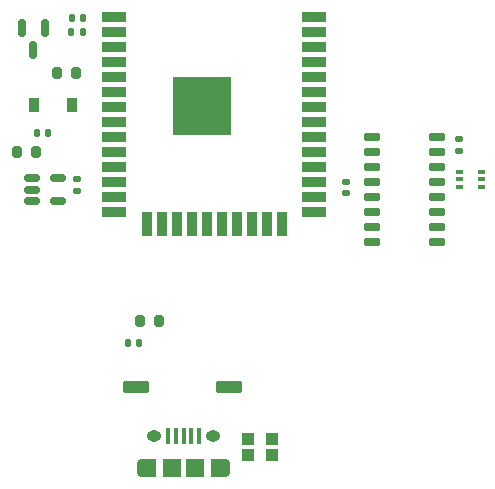
<source format=gbr>
%TF.GenerationSoftware,KiCad,Pcbnew,(6.0.0-0)*%
%TF.CreationDate,2022-09-02T10:43:53-04:00*%
%TF.ProjectId,Dome_Controller,446f6d65-5f43-46f6-9e74-726f6c6c6572,rev?*%
%TF.SameCoordinates,Original*%
%TF.FileFunction,Paste,Top*%
%TF.FilePolarity,Positive*%
%FSLAX46Y46*%
G04 Gerber Fmt 4.6, Leading zero omitted, Abs format (unit mm)*
G04 Created by KiCad (PCBNEW (6.0.0-0)) date 2022-09-02 10:43:53*
%MOMM*%
%LPD*%
G01*
G04 APERTURE LIST*
G04 Aperture macros list*
%AMRoundRect*
0 Rectangle with rounded corners*
0 $1 Rounding radius*
0 $2 $3 $4 $5 $6 $7 $8 $9 X,Y pos of 4 corners*
0 Add a 4 corners polygon primitive as box body*
4,1,4,$2,$3,$4,$5,$6,$7,$8,$9,$2,$3,0*
0 Add four circle primitives for the rounded corners*
1,1,$1+$1,$2,$3*
1,1,$1+$1,$4,$5*
1,1,$1+$1,$6,$7*
1,1,$1+$1,$8,$9*
0 Add four rect primitives between the rounded corners*
20,1,$1+$1,$2,$3,$4,$5,0*
20,1,$1+$1,$4,$5,$6,$7,0*
20,1,$1+$1,$6,$7,$8,$9,0*
20,1,$1+$1,$8,$9,$2,$3,0*%
G04 Aperture macros list end*
%ADD10C,0.010000*%
%ADD11RoundRect,0.100000X1.000000X0.400000X-1.000000X0.400000X-1.000000X-0.400000X1.000000X-0.400000X0*%
%ADD12RoundRect,0.140000X-0.170000X0.140000X-0.170000X-0.140000X0.170000X-0.140000X0.170000X0.140000X0*%
%ADD13RoundRect,0.200000X-0.200000X-0.275000X0.200000X-0.275000X0.200000X0.275000X-0.200000X0.275000X0*%
%ADD14O,0.890000X1.550000*%
%ADD15O,1.250000X0.950000*%
%ADD16R,0.400000X1.350000*%
%ADD17R,1.500000X1.550000*%
%ADD18R,1.200000X1.550000*%
%ADD19R,2.000000X0.900000*%
%ADD20R,0.900000X2.000000*%
%ADD21R,5.000000X5.000000*%
%ADD22RoundRect,0.140000X0.140000X0.170000X-0.140000X0.170000X-0.140000X-0.170000X0.140000X-0.170000X0*%
%ADD23R,0.914400X1.219200*%
%ADD24R,1.000000X1.000000*%
%ADD25RoundRect,0.150000X-0.150000X0.587500X-0.150000X-0.587500X0.150000X-0.587500X0.150000X0.587500X0*%
%ADD26RoundRect,0.140000X-0.140000X-0.170000X0.140000X-0.170000X0.140000X0.170000X-0.140000X0.170000X0*%
%ADD27RoundRect,0.049600X-0.605400X-0.260400X0.605400X-0.260400X0.605400X0.260400X-0.605400X0.260400X0*%
%ADD28RoundRect,0.150000X-0.512500X-0.150000X0.512500X-0.150000X0.512500X0.150000X-0.512500X0.150000X0*%
%ADD29RoundRect,0.200000X0.200000X0.275000X-0.200000X0.275000X-0.200000X-0.275000X0.200000X-0.275000X0*%
G04 APERTURE END LIST*
D10*
%TO.C,U5*%
X139855000Y-83170800D02*
X140305000Y-83170800D01*
X140305000Y-83170800D02*
X140305000Y-83420800D01*
X140305000Y-83420800D02*
X139855000Y-83420800D01*
X139855000Y-83420800D02*
X139855000Y-83170800D01*
G36*
X140305000Y-83420800D02*
G01*
X139855000Y-83420800D01*
X139855000Y-83170800D01*
X140305000Y-83170800D01*
X140305000Y-83420800D01*
G37*
X140305000Y-83420800D02*
X139855000Y-83420800D01*
X139855000Y-83170800D01*
X140305000Y-83170800D01*
X140305000Y-83420800D01*
X139855000Y-83820800D02*
X140305000Y-83820800D01*
X140305000Y-83820800D02*
X140305000Y-84070800D01*
X140305000Y-84070800D02*
X139855000Y-84070800D01*
X139855000Y-84070800D02*
X139855000Y-83820800D01*
G36*
X140305000Y-84070800D02*
G01*
X139855000Y-84070800D01*
X139855000Y-83820800D01*
X140305000Y-83820800D01*
X140305000Y-84070800D01*
G37*
X140305000Y-84070800D02*
X139855000Y-84070800D01*
X139855000Y-83820800D01*
X140305000Y-83820800D01*
X140305000Y-84070800D01*
X138005000Y-84470800D02*
X138455000Y-84470800D01*
X138455000Y-84470800D02*
X138455000Y-84720800D01*
X138455000Y-84720800D02*
X138005000Y-84720800D01*
X138005000Y-84720800D02*
X138005000Y-84470800D01*
G36*
X138455000Y-84720800D02*
G01*
X138005000Y-84720800D01*
X138005000Y-84470800D01*
X138455000Y-84470800D01*
X138455000Y-84720800D01*
G37*
X138455000Y-84720800D02*
X138005000Y-84720800D01*
X138005000Y-84470800D01*
X138455000Y-84470800D01*
X138455000Y-84720800D01*
X138005000Y-83820800D02*
X138455000Y-83820800D01*
X138455000Y-83820800D02*
X138455000Y-84070800D01*
X138455000Y-84070800D02*
X138005000Y-84070800D01*
X138005000Y-84070800D02*
X138005000Y-83820800D01*
G36*
X138455000Y-84070800D02*
G01*
X138005000Y-84070800D01*
X138005000Y-83820800D01*
X138455000Y-83820800D01*
X138455000Y-84070800D01*
G37*
X138455000Y-84070800D02*
X138005000Y-84070800D01*
X138005000Y-83820800D01*
X138455000Y-83820800D01*
X138455000Y-84070800D01*
X139855000Y-84470800D02*
X140305000Y-84470800D01*
X140305000Y-84470800D02*
X140305000Y-84720800D01*
X140305000Y-84720800D02*
X139855000Y-84720800D01*
X139855000Y-84720800D02*
X139855000Y-84470800D01*
G36*
X140305000Y-84720800D02*
G01*
X139855000Y-84720800D01*
X139855000Y-84470800D01*
X140305000Y-84470800D01*
X140305000Y-84720800D01*
G37*
X140305000Y-84720800D02*
X139855000Y-84720800D01*
X139855000Y-84470800D01*
X140305000Y-84470800D01*
X140305000Y-84720800D01*
X138005000Y-83170800D02*
X138455000Y-83170800D01*
X138455000Y-83170800D02*
X138455000Y-83420800D01*
X138455000Y-83420800D02*
X138005000Y-83420800D01*
X138005000Y-83420800D02*
X138005000Y-83170800D01*
G36*
X138455000Y-83420800D02*
G01*
X138005000Y-83420800D01*
X138005000Y-83170800D01*
X138455000Y-83170800D01*
X138455000Y-83420800D01*
G37*
X138455000Y-83420800D02*
X138005000Y-83420800D01*
X138005000Y-83170800D01*
X138455000Y-83170800D01*
X138455000Y-83420800D01*
%TD*%
D11*
%TO.C,SW1*%
X118705000Y-101600000D03*
X110905000Y-101600000D03*
%TD*%
D12*
%TO.C,C4*%
X138220000Y-80620000D03*
X138220000Y-81580000D03*
%TD*%
D13*
%TO.C,R2*%
X104165000Y-75030000D03*
X105815000Y-75030000D03*
%TD*%
%TO.C,R3*%
X100755000Y-81700000D03*
X102405000Y-81700000D03*
%TD*%
D14*
%TO.C,J1*%
X118400000Y-108450000D03*
D15*
X112400000Y-105750000D03*
D14*
X111400000Y-108450000D03*
D15*
X117400000Y-105750000D03*
D16*
X113600000Y-105750000D03*
X114250000Y-105750000D03*
X114900000Y-105750000D03*
X115550000Y-105750000D03*
X116200000Y-105750000D03*
D17*
X115900000Y-108450000D03*
D18*
X112000000Y-108450000D03*
X117800000Y-108450000D03*
D17*
X113900000Y-108450000D03*
%TD*%
D19*
%TO.C,U1*%
X108980000Y-70245000D03*
X108980000Y-71515000D03*
X108980000Y-72785000D03*
X108980000Y-74055000D03*
X108980000Y-75325000D03*
X108980000Y-76595000D03*
X108980000Y-77865000D03*
X108980000Y-79135000D03*
X108980000Y-80405000D03*
X108980000Y-81675000D03*
X108980000Y-82945000D03*
X108980000Y-84215000D03*
X108980000Y-85485000D03*
X108980000Y-86755000D03*
D20*
X111765000Y-87755000D03*
X113035000Y-87755000D03*
X114305000Y-87755000D03*
X115575000Y-87755000D03*
X116845000Y-87755000D03*
X118115000Y-87755000D03*
X119385000Y-87755000D03*
X120655000Y-87755000D03*
X121925000Y-87755000D03*
X123195000Y-87755000D03*
D19*
X125980000Y-86755000D03*
X125980000Y-85485000D03*
X125980000Y-84215000D03*
X125980000Y-82945000D03*
X125980000Y-81675000D03*
X125980000Y-80405000D03*
X125980000Y-79135000D03*
X125980000Y-77865000D03*
X125980000Y-76595000D03*
X125980000Y-75325000D03*
X125980000Y-74055000D03*
X125980000Y-72785000D03*
X125980000Y-71515000D03*
X125980000Y-70245000D03*
D21*
X116480000Y-77745000D03*
%TD*%
D22*
%TO.C,C3*%
X106350000Y-71550000D03*
X105390000Y-71550000D03*
%TD*%
%TO.C,C5*%
X103440000Y-80110000D03*
X102480000Y-80110000D03*
%TD*%
%TO.C,C2*%
X106390000Y-70320000D03*
X105430000Y-70320000D03*
%TD*%
D12*
%TO.C,C7*%
X105870000Y-83990000D03*
X105870000Y-84950000D03*
%TD*%
D23*
%TO.C,CR1*%
X105476800Y-77738500D03*
X102200200Y-77738500D03*
%TD*%
D24*
%TO.C,L1*%
X122375000Y-107320000D03*
X122375000Y-106020000D03*
X120345000Y-106020000D03*
X120345000Y-107320000D03*
%TD*%
D25*
%TO.C,U2*%
X103130000Y-71142500D03*
X101230000Y-71142500D03*
X102180000Y-73017500D03*
%TD*%
D12*
%TO.C,C6*%
X128680000Y-84190000D03*
X128680000Y-85150000D03*
%TD*%
D26*
%TO.C,C1*%
X110180000Y-97890000D03*
X111140000Y-97890000D03*
%TD*%
D27*
%TO.C,U4*%
X130845000Y-80395000D03*
X130845000Y-81665000D03*
X130845000Y-82935000D03*
X130845000Y-84205000D03*
X130845000Y-85475000D03*
X130845000Y-86745000D03*
X130845000Y-88015000D03*
X130845000Y-89285000D03*
X136345000Y-89285000D03*
X136345000Y-88015000D03*
X136345000Y-86745000D03*
X136345000Y-85475000D03*
X136345000Y-84205000D03*
X136345000Y-82935000D03*
X136345000Y-81665000D03*
X136345000Y-80395000D03*
%TD*%
D28*
%TO.C,U3*%
X102032500Y-83920000D03*
X102032500Y-84870000D03*
X102032500Y-85820000D03*
X104307500Y-85820000D03*
X104307500Y-83920000D03*
%TD*%
D29*
%TO.C,R1*%
X112855000Y-96010000D03*
X111205000Y-96010000D03*
%TD*%
M02*

</source>
